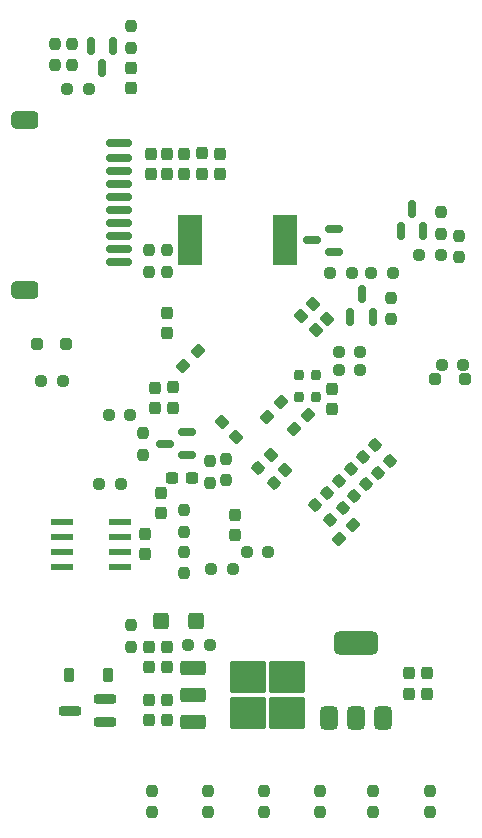
<source format=gbr>
%TF.GenerationSoftware,KiCad,Pcbnew,8.0.2*%
%TF.CreationDate,2024-08-20T16:45:35-03:00*%
%TF.ProjectId,dough,646f7567-682e-46b6-9963-61645f706362,rev?*%
%TF.SameCoordinates,Original*%
%TF.FileFunction,Paste,Bot*%
%TF.FilePolarity,Positive*%
%FSLAX46Y46*%
G04 Gerber Fmt 4.6, Leading zero omitted, Abs format (unit mm)*
G04 Created by KiCad (PCBNEW 8.0.2) date 2024-08-20 16:45:35*
%MOMM*%
%LPD*%
G01*
G04 APERTURE LIST*
G04 Aperture macros list*
%AMRoundRect*
0 Rectangle with rounded corners*
0 $1 Rounding radius*
0 $2 $3 $4 $5 $6 $7 $8 $9 X,Y pos of 4 corners*
0 Add a 4 corners polygon primitive as box body*
4,1,4,$2,$3,$4,$5,$6,$7,$8,$9,$2,$3,0*
0 Add four circle primitives for the rounded corners*
1,1,$1+$1,$2,$3*
1,1,$1+$1,$4,$5*
1,1,$1+$1,$6,$7*
1,1,$1+$1,$8,$9*
0 Add four rect primitives between the rounded corners*
20,1,$1+$1,$2,$3,$4,$5,0*
20,1,$1+$1,$4,$5,$6,$7,0*
20,1,$1+$1,$6,$7,$8,$9,0*
20,1,$1+$1,$8,$9,$2,$3,0*%
G04 Aperture macros list end*
%ADD10R,1.981200X0.558800*%
%ADD11RoundRect,0.237500X0.237500X-0.300000X0.237500X0.300000X-0.237500X0.300000X-0.237500X-0.300000X0*%
%ADD12RoundRect,0.237500X-0.237500X0.300000X-0.237500X-0.300000X0.237500X-0.300000X0.237500X0.300000X0*%
%ADD13RoundRect,0.237500X-0.237500X0.250000X-0.237500X-0.250000X0.237500X-0.250000X0.237500X0.250000X0*%
%ADD14RoundRect,0.250000X0.400000X0.450000X-0.400000X0.450000X-0.400000X-0.450000X0.400000X-0.450000X0*%
%ADD15RoundRect,0.237500X-0.250000X-0.237500X0.250000X-0.237500X0.250000X0.237500X-0.250000X0.237500X0*%
%ADD16RoundRect,0.200000X0.750000X0.200000X-0.750000X0.200000X-0.750000X-0.200000X0.750000X-0.200000X0*%
%ADD17RoundRect,0.237500X0.250000X0.237500X-0.250000X0.237500X-0.250000X-0.237500X0.250000X-0.237500X0*%
%ADD18RoundRect,0.150000X0.587500X0.150000X-0.587500X0.150000X-0.587500X-0.150000X0.587500X-0.150000X0*%
%ADD19RoundRect,0.237500X0.237500X-0.250000X0.237500X0.250000X-0.237500X0.250000X-0.237500X-0.250000X0*%
%ADD20R,2.000000X4.200000*%
%ADD21RoundRect,0.200000X-0.200000X-0.250000X0.200000X-0.250000X0.200000X0.250000X-0.200000X0.250000X0*%
%ADD22RoundRect,0.250000X0.250000X0.250000X-0.250000X0.250000X-0.250000X-0.250000X0.250000X-0.250000X0*%
%ADD23RoundRect,0.250000X-0.850000X-0.350000X0.850000X-0.350000X0.850000X0.350000X-0.850000X0.350000X0*%
%ADD24RoundRect,0.250000X-1.275000X-1.125000X1.275000X-1.125000X1.275000X1.125000X-1.275000X1.125000X0*%
%ADD25RoundRect,0.150000X0.150000X-0.587500X0.150000X0.587500X-0.150000X0.587500X-0.150000X-0.587500X0*%
%ADD26RoundRect,0.237500X-0.380070X0.044194X0.044194X-0.380070X0.380070X-0.044194X-0.044194X0.380070X0*%
%ADD27RoundRect,0.237500X-0.044194X-0.380070X0.380070X0.044194X0.044194X0.380070X-0.380070X-0.044194X0*%
%ADD28RoundRect,0.237500X0.044194X0.380070X-0.380070X-0.044194X-0.044194X-0.380070X0.380070X0.044194X0*%
%ADD29RoundRect,0.225000X-0.225000X-0.375000X0.225000X-0.375000X0.225000X0.375000X-0.225000X0.375000X0*%
%ADD30RoundRect,0.150000X0.950000X0.150000X-0.950000X0.150000X-0.950000X-0.150000X0.950000X-0.150000X0*%
%ADD31RoundRect,0.381000X0.762000X0.381000X-0.762000X0.381000X-0.762000X-0.381000X0.762000X-0.381000X0*%
%ADD32RoundRect,0.237500X-0.344715X0.008839X0.008839X-0.344715X0.344715X-0.008839X-0.008839X0.344715X0*%
%ADD33RoundRect,0.250000X-0.250000X-0.250000X0.250000X-0.250000X0.250000X0.250000X-0.250000X0.250000X0*%
%ADD34RoundRect,0.237500X0.380070X-0.044194X-0.044194X0.380070X-0.380070X0.044194X0.044194X-0.380070X0*%
%ADD35RoundRect,0.237500X0.300000X0.237500X-0.300000X0.237500X-0.300000X-0.237500X0.300000X-0.237500X0*%
%ADD36RoundRect,0.150000X-0.150000X0.587500X-0.150000X-0.587500X0.150000X-0.587500X0.150000X0.587500X0*%
%ADD37RoundRect,0.237500X0.344715X-0.008839X-0.008839X0.344715X-0.344715X0.008839X0.008839X-0.344715X0*%
%ADD38RoundRect,0.375000X0.375000X-0.625000X0.375000X0.625000X-0.375000X0.625000X-0.375000X-0.625000X0*%
%ADD39RoundRect,0.500000X1.400000X-0.500000X1.400000X0.500000X-1.400000X0.500000X-1.400000X-0.500000X0*%
G04 APERTURE END LIST*
D10*
%TO.C,U12*%
X111363800Y-79695000D03*
X111363800Y-80965000D03*
X111363800Y-82235000D03*
X111363800Y-83505000D03*
X106436200Y-83505000D03*
X106436200Y-82235000D03*
X106436200Y-80965000D03*
X106436200Y-79695000D03*
%TD*%
D11*
%TO.C,C5*%
X121079200Y-80864200D03*
X121079200Y-79139200D03*
%TD*%
D12*
%TO.C,C14*%
X115800000Y-68337500D03*
X115800000Y-70062500D03*
%TD*%
D13*
%TO.C,R12*%
X134300000Y-60737500D03*
X134300000Y-62562500D03*
%TD*%
D14*
%TO.C,D3*%
X117750000Y-88150000D03*
X114850000Y-88150000D03*
%TD*%
D12*
%TO.C,C20*%
X137300000Y-92537500D03*
X137300000Y-94262500D03*
%TD*%
D15*
%TO.C,R13*%
X132637500Y-58650000D03*
X134462500Y-58650000D03*
%TD*%
D13*
%TO.C,R41*%
X115300000Y-56737500D03*
X115300000Y-58562500D03*
%TD*%
D16*
%TO.C,Q3*%
X110100000Y-94750000D03*
X110100000Y-96650000D03*
X107100000Y-95700000D03*
%TD*%
D13*
%TO.C,R6*%
X132800000Y-102487500D03*
X132800000Y-104312500D03*
%TD*%
D17*
%TO.C,R44*%
X109587500Y-76500000D03*
X111412500Y-76500000D03*
%TD*%
D18*
%TO.C,Q2*%
X129487500Y-54950000D03*
X129487500Y-56850000D03*
X127612500Y-55900000D03*
%TD*%
D19*
%TO.C,R37*%
X112300000Y-90312500D03*
X112300000Y-88487500D03*
%TD*%
D17*
%TO.C,R27*%
X131694500Y-66896400D03*
X129869500Y-66896400D03*
%TD*%
D18*
%TO.C,U5*%
X117037500Y-72150000D03*
X117037500Y-74050000D03*
X115162500Y-73100000D03*
%TD*%
D13*
%TO.C,R4*%
X137550000Y-102487500D03*
X137550000Y-104312500D03*
%TD*%
D19*
%TO.C,R38*%
X140050000Y-57312500D03*
X140050000Y-55487500D03*
%TD*%
D20*
%TO.C,BZ1*%
X125300000Y-55900000D03*
X117300000Y-55900000D03*
%TD*%
D19*
%TO.C,R23*%
X105800000Y-41062500D03*
X105800000Y-39237500D03*
%TD*%
D12*
%TO.C,C3*%
X113800000Y-94787500D03*
X113800000Y-96512500D03*
%TD*%
D21*
%TO.C,X1*%
X126475000Y-69125000D03*
X126475000Y-67275000D03*
X127925000Y-67275000D03*
X127925000Y-69125000D03*
%TD*%
D13*
%TO.C,R22*%
X114050000Y-102487500D03*
X114050000Y-104312500D03*
%TD*%
%TO.C,R39*%
X138550000Y-53487500D03*
X138550000Y-55312500D03*
%TD*%
D22*
%TO.C,D6*%
X106800000Y-64650000D03*
X104300000Y-64650000D03*
%TD*%
D23*
%TO.C,U3*%
X117550000Y-96680000D03*
X117550000Y-94400000D03*
D24*
X122175000Y-92875000D03*
X122175000Y-95925000D03*
X125525000Y-92875000D03*
X125525000Y-95925000D03*
D23*
X117550000Y-92120000D03*
%TD*%
D17*
%TO.C,R11*%
X120912500Y-83700000D03*
X119087500Y-83700000D03*
%TD*%
D19*
%TO.C,R35*%
X107300000Y-41062500D03*
X107300000Y-39237500D03*
%TD*%
D25*
%TO.C,Q4*%
X137000000Y-55087500D03*
X135100000Y-55087500D03*
X136050000Y-53212500D03*
%TD*%
D11*
%TO.C,C27*%
X118290000Y-50250000D03*
X118290000Y-48525000D03*
%TD*%
D26*
%TO.C,C24*%
X126690120Y-62290120D03*
X127909880Y-63509880D03*
%TD*%
D27*
%TO.C,C6*%
X123790120Y-70809880D03*
X125009880Y-69590120D03*
%TD*%
D28*
%TO.C,C30*%
X117909880Y-65290121D03*
X116690120Y-66509879D03*
%TD*%
D12*
%TO.C,C16*%
X115300000Y-62037500D03*
X115300000Y-63762500D03*
%TD*%
D13*
%TO.C,R7*%
X128300000Y-102487500D03*
X128300000Y-104312500D03*
%TD*%
D19*
%TO.C,R20*%
X120317200Y-76190900D03*
X120317200Y-74365900D03*
%TD*%
D13*
%TO.C,R9*%
X118800000Y-102487500D03*
X118800000Y-104312500D03*
%TD*%
D19*
%TO.C,R5*%
X113300000Y-74062500D03*
X113300000Y-72237500D03*
%TD*%
D12*
%TO.C,C404*%
X115300000Y-48537500D03*
X115300000Y-50262500D03*
%TD*%
D11*
%TO.C,C13*%
X114800000Y-79012500D03*
X114800000Y-77287500D03*
%TD*%
D29*
%TO.C,D2*%
X107050000Y-92650000D03*
X110350000Y-92650000D03*
%TD*%
D11*
%TO.C,C2*%
X113800000Y-92012500D03*
X113800000Y-90287500D03*
%TD*%
D15*
%TO.C,R36*%
X129137500Y-58650000D03*
X130962500Y-58650000D03*
%TD*%
D12*
%TO.C,C28*%
X119800000Y-48537500D03*
X119800000Y-50262500D03*
%TD*%
D30*
%TO.C,J401*%
X111300000Y-57700000D03*
X111300000Y-56600000D03*
X111300000Y-55500000D03*
X111300000Y-54400000D03*
X111300000Y-53300000D03*
X111300000Y-52200000D03*
X111300000Y-51100000D03*
X111300000Y-50000000D03*
X111300000Y-48900000D03*
X111300000Y-47650000D03*
D31*
X103300000Y-45730000D03*
X103300000Y-60070000D03*
%TD*%
D17*
%TO.C,R35*%
X108712500Y-43100000D03*
X106887500Y-43100000D03*
%TD*%
%TO.C,R26*%
X131694500Y-65300000D03*
X129869500Y-65300000D03*
%TD*%
D15*
%TO.C,R19*%
X122087500Y-82300000D03*
X123912500Y-82300000D03*
%TD*%
D32*
%TO.C,R24*%
X131904765Y-74254765D03*
X133195235Y-75545235D03*
%TD*%
%TO.C,R34*%
X128904765Y-77254765D03*
X130195235Y-78545235D03*
%TD*%
D33*
%TO.C,D4*%
X138050000Y-67650000D03*
X140550000Y-67650000D03*
%TD*%
D12*
%TO.C,C19*%
X129300000Y-68437499D03*
X129300000Y-70162501D03*
%TD*%
D32*
%TO.C,R10*%
X123054765Y-75154765D03*
X124345235Y-76445235D03*
%TD*%
D34*
%TO.C,C31*%
X125309880Y-75309880D03*
X124090120Y-74090120D03*
%TD*%
D35*
%TO.C,C8*%
X117462500Y-76000000D03*
X115737500Y-76000000D03*
%TD*%
D12*
%TO.C,C4*%
X115300000Y-94787500D03*
X115300000Y-96512500D03*
%TD*%
D19*
%TO.C,R21*%
X118989600Y-76412500D03*
X118989600Y-74587500D03*
%TD*%
D15*
%TO.C,R43*%
X138587500Y-66400000D03*
X140412500Y-66400000D03*
%TD*%
D19*
%TO.C,R1*%
X116800000Y-84062500D03*
X116800000Y-82237500D03*
%TD*%
D36*
%TO.C,Q1*%
X108850000Y-39462500D03*
X110750000Y-39462500D03*
X109800000Y-41337500D03*
%TD*%
D15*
%TO.C,R42*%
X104687500Y-67800000D03*
X106512500Y-67800000D03*
%TD*%
D37*
%TO.C,R17*%
X134195235Y-74545235D03*
X132904765Y-73254765D03*
%TD*%
D13*
%TO.C,R40*%
X113800000Y-56737500D03*
X113800000Y-58562500D03*
%TD*%
D32*
%TO.C,R33*%
X129904765Y-76254765D03*
X131195235Y-77545235D03*
%TD*%
D12*
%TO.C,C23*%
X112300000Y-41287500D03*
X112300000Y-43012500D03*
%TD*%
D34*
%TO.C,C32*%
X121159880Y-72509880D03*
X119940120Y-71290120D03*
%TD*%
D12*
%TO.C,C403*%
X114000000Y-48537500D03*
X114000000Y-50262500D03*
%TD*%
D11*
%TO.C,C15*%
X113500000Y-82462500D03*
X113500000Y-80737500D03*
%TD*%
D13*
%TO.C,R401*%
X112300000Y-37737500D03*
X112300000Y-39562500D03*
%TD*%
D17*
%TO.C,R3*%
X118962500Y-90150000D03*
X117137500Y-90150000D03*
%TD*%
D27*
%TO.C,C33*%
X126057320Y-71875080D03*
X127277080Y-70655320D03*
%TD*%
D12*
%TO.C,C10*%
X114300000Y-68362500D03*
X114300000Y-70087500D03*
%TD*%
D26*
%TO.C,C9*%
X127690120Y-61290120D03*
X128909880Y-62509880D03*
%TD*%
D38*
%TO.C,U4*%
X133600000Y-96300000D03*
X131300000Y-96300000D03*
D39*
X131300000Y-90000000D03*
D38*
X129000000Y-96300000D03*
%TD*%
D11*
%TO.C,C22*%
X135800000Y-94262500D03*
X135800000Y-92537500D03*
%TD*%
D27*
%TO.C,C12*%
X129890120Y-81209880D03*
X131109880Y-79990120D03*
%TD*%
D15*
%TO.C,R39*%
X136687500Y-57100000D03*
X138512500Y-57100000D03*
%TD*%
D25*
%TO.C,Q5*%
X132750000Y-62337500D03*
X130850000Y-62337500D03*
X131800000Y-60462500D03*
%TD*%
D13*
%TO.C,R8*%
X123550000Y-102487500D03*
X123550000Y-104312500D03*
%TD*%
D15*
%TO.C,R18*%
X110387500Y-70650000D03*
X112212500Y-70650000D03*
%TD*%
D19*
%TO.C,R2*%
X116800000Y-80562500D03*
X116800000Y-78737500D03*
%TD*%
D37*
%TO.C,R45*%
X129145235Y-79545235D03*
X127854765Y-78254765D03*
%TD*%
D32*
%TO.C,R25*%
X130904765Y-75254765D03*
X132195235Y-76545235D03*
%TD*%
D11*
%TO.C,C1*%
X115300000Y-92012500D03*
X115300000Y-90287500D03*
%TD*%
D12*
%TO.C,C26*%
X116800000Y-48537500D03*
X116800000Y-50262500D03*
%TD*%
M02*

</source>
